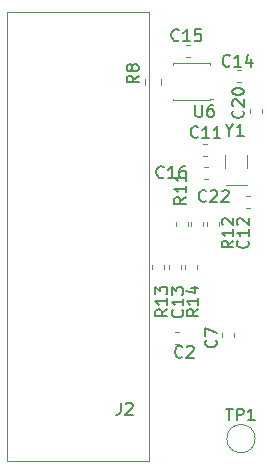
<source format=gbr>
G04 #@! TF.GenerationSoftware,KiCad,Pcbnew,(5.1.5)-3*
G04 #@! TF.CreationDate,2020-06-09T15:55:59-06:00*
G04 #@! TF.ProjectId,CruiseController,43727569-7365-4436-9f6e-74726f6c6c65,rev?*
G04 #@! TF.SameCoordinates,Original*
G04 #@! TF.FileFunction,Legend,Top*
G04 #@! TF.FilePolarity,Positive*
%FSLAX46Y46*%
G04 Gerber Fmt 4.6, Leading zero omitted, Abs format (unit mm)*
G04 Created by KiCad (PCBNEW (5.1.5)-3) date 2020-06-09 15:55:59*
%MOMM*%
%LPD*%
G04 APERTURE LIST*
%ADD10C,0.120000*%
%ADD11C,0.150000*%
G04 APERTURE END LIST*
D10*
X118500000Y-84600000D02*
X120300000Y-84600000D01*
X120350000Y-83200000D02*
X120350000Y-82100000D01*
X118450000Y-83200000D02*
X118450000Y-82100000D01*
X116975279Y-83090000D02*
X116649721Y-83090000D01*
X116975279Y-84110000D02*
X116649721Y-84110000D01*
X116950279Y-81190000D02*
X116624721Y-81190000D01*
X116950279Y-82210000D02*
X116624721Y-82210000D01*
X121000000Y-106100000D02*
G75*
G03X121000000Y-106100000I-1200000J0D01*
G01*
X112000000Y-70000000D02*
X100000000Y-70000000D01*
X112000000Y-108000000D02*
X112000000Y-70000000D01*
X100000000Y-108000000D02*
X112000000Y-108000000D01*
X100000000Y-70000000D02*
X100000000Y-108000000D01*
X111640000Y-75641422D02*
X111640000Y-76158578D01*
X113060000Y-75641422D02*
X113060000Y-76158578D01*
X114575279Y-97090000D02*
X114249721Y-97090000D01*
X114575279Y-98110000D02*
X114249721Y-98110000D01*
X116610000Y-88112779D02*
X116610000Y-87787221D01*
X115590000Y-88112779D02*
X115590000Y-87787221D01*
X114290000Y-87787221D02*
X114290000Y-88112779D01*
X115310000Y-87787221D02*
X115310000Y-88112779D01*
X116110000Y-91750279D02*
X116110000Y-91424721D01*
X115090000Y-91750279D02*
X115090000Y-91424721D01*
X120562779Y-85590000D02*
X120237221Y-85590000D01*
X120562779Y-86610000D02*
X120237221Y-86610000D01*
X119437221Y-75910000D02*
X119762779Y-75910000D01*
X119437221Y-74890000D02*
X119762779Y-74890000D01*
X112290000Y-91437221D02*
X112290000Y-91762779D01*
X113310000Y-91437221D02*
X113310000Y-91762779D01*
X121585000Y-78500279D02*
X121585000Y-78174721D01*
X120565000Y-78500279D02*
X120565000Y-78174721D01*
X114040000Y-77460000D02*
X114040000Y-77310000D01*
X117160000Y-77460000D02*
X117160000Y-77310000D01*
X117160000Y-74340000D02*
X117160000Y-74490000D01*
X117160000Y-77460000D02*
X114040000Y-77460000D01*
X117160000Y-74340000D02*
X114040000Y-74340000D01*
X114040000Y-74340000D02*
X114040000Y-74490000D01*
X117160000Y-77310000D02*
X117420000Y-77310000D01*
X115149721Y-73760000D02*
X115475279Y-73760000D01*
X115149721Y-72740000D02*
X115475279Y-72740000D01*
X116890000Y-87799721D02*
X116890000Y-88125279D01*
X117910000Y-87799721D02*
X117910000Y-88125279D01*
X119210000Y-97462779D02*
X119210000Y-97137221D01*
X118190000Y-97462779D02*
X118190000Y-97137221D01*
X113690000Y-91424721D02*
X113690000Y-91750279D01*
X114710000Y-91424721D02*
X114710000Y-91750279D01*
D11*
X118823809Y-79976190D02*
X118823809Y-80452380D01*
X118490476Y-79452380D02*
X118823809Y-79976190D01*
X119157142Y-79452380D01*
X120014285Y-80452380D02*
X119442857Y-80452380D01*
X119728571Y-80452380D02*
X119728571Y-79452380D01*
X119633333Y-79595238D01*
X119538095Y-79690476D01*
X119442857Y-79738095D01*
X113257142Y-83957142D02*
X113209523Y-84004761D01*
X113066666Y-84052380D01*
X112971428Y-84052380D01*
X112828571Y-84004761D01*
X112733333Y-83909523D01*
X112685714Y-83814285D01*
X112638095Y-83623809D01*
X112638095Y-83480952D01*
X112685714Y-83290476D01*
X112733333Y-83195238D01*
X112828571Y-83100000D01*
X112971428Y-83052380D01*
X113066666Y-83052380D01*
X113209523Y-83100000D01*
X113257142Y-83147619D01*
X114209523Y-84052380D02*
X113638095Y-84052380D01*
X113923809Y-84052380D02*
X113923809Y-83052380D01*
X113828571Y-83195238D01*
X113733333Y-83290476D01*
X113638095Y-83338095D01*
X115066666Y-83052380D02*
X114876190Y-83052380D01*
X114780952Y-83100000D01*
X114733333Y-83147619D01*
X114638095Y-83290476D01*
X114590476Y-83480952D01*
X114590476Y-83861904D01*
X114638095Y-83957142D01*
X114685714Y-84004761D01*
X114780952Y-84052380D01*
X114971428Y-84052380D01*
X115066666Y-84004761D01*
X115114285Y-83957142D01*
X115161904Y-83861904D01*
X115161904Y-83623809D01*
X115114285Y-83528571D01*
X115066666Y-83480952D01*
X114971428Y-83433333D01*
X114780952Y-83433333D01*
X114685714Y-83480952D01*
X114638095Y-83528571D01*
X114590476Y-83623809D01*
X116157142Y-80557142D02*
X116109523Y-80604761D01*
X115966666Y-80652380D01*
X115871428Y-80652380D01*
X115728571Y-80604761D01*
X115633333Y-80509523D01*
X115585714Y-80414285D01*
X115538095Y-80223809D01*
X115538095Y-80080952D01*
X115585714Y-79890476D01*
X115633333Y-79795238D01*
X115728571Y-79700000D01*
X115871428Y-79652380D01*
X115966666Y-79652380D01*
X116109523Y-79700000D01*
X116157142Y-79747619D01*
X117109523Y-80652380D02*
X116538095Y-80652380D01*
X116823809Y-80652380D02*
X116823809Y-79652380D01*
X116728571Y-79795238D01*
X116633333Y-79890476D01*
X116538095Y-79938095D01*
X118061904Y-80652380D02*
X117490476Y-80652380D01*
X117776190Y-80652380D02*
X117776190Y-79652380D01*
X117680952Y-79795238D01*
X117585714Y-79890476D01*
X117490476Y-79938095D01*
X118538095Y-103554380D02*
X119109523Y-103554380D01*
X118823809Y-104554380D02*
X118823809Y-103554380D01*
X119442857Y-104554380D02*
X119442857Y-103554380D01*
X119823809Y-103554380D01*
X119919047Y-103602000D01*
X119966666Y-103649619D01*
X120014285Y-103744857D01*
X120014285Y-103887714D01*
X119966666Y-103982952D01*
X119919047Y-104030571D01*
X119823809Y-104078190D01*
X119442857Y-104078190D01*
X120966666Y-104554380D02*
X120395238Y-104554380D01*
X120680952Y-104554380D02*
X120680952Y-103554380D01*
X120585714Y-103697238D01*
X120490476Y-103792476D01*
X120395238Y-103840095D01*
X109616666Y-103077380D02*
X109616666Y-103791666D01*
X109569047Y-103934523D01*
X109473809Y-104029761D01*
X109330952Y-104077380D01*
X109235714Y-104077380D01*
X110045238Y-103172619D02*
X110092857Y-103125000D01*
X110188095Y-103077380D01*
X110426190Y-103077380D01*
X110521428Y-103125000D01*
X110569047Y-103172619D01*
X110616666Y-103267857D01*
X110616666Y-103363095D01*
X110569047Y-103505952D01*
X109997619Y-104077380D01*
X110616666Y-104077380D01*
X111127380Y-75366666D02*
X110651190Y-75700000D01*
X111127380Y-75938095D02*
X110127380Y-75938095D01*
X110127380Y-75557142D01*
X110175000Y-75461904D01*
X110222619Y-75414285D01*
X110317857Y-75366666D01*
X110460714Y-75366666D01*
X110555952Y-75414285D01*
X110603571Y-75461904D01*
X110651190Y-75557142D01*
X110651190Y-75938095D01*
X110555952Y-74795238D02*
X110508333Y-74890476D01*
X110460714Y-74938095D01*
X110365476Y-74985714D01*
X110317857Y-74985714D01*
X110222619Y-74938095D01*
X110175000Y-74890476D01*
X110127380Y-74795238D01*
X110127380Y-74604761D01*
X110175000Y-74509523D01*
X110222619Y-74461904D01*
X110317857Y-74414285D01*
X110365476Y-74414285D01*
X110460714Y-74461904D01*
X110508333Y-74509523D01*
X110555952Y-74604761D01*
X110555952Y-74795238D01*
X110603571Y-74890476D01*
X110651190Y-74938095D01*
X110746428Y-74985714D01*
X110936904Y-74985714D01*
X111032142Y-74938095D01*
X111079761Y-74890476D01*
X111127380Y-74795238D01*
X111127380Y-74604761D01*
X111079761Y-74509523D01*
X111032142Y-74461904D01*
X110936904Y-74414285D01*
X110746428Y-74414285D01*
X110651190Y-74461904D01*
X110603571Y-74509523D01*
X110555952Y-74604761D01*
X114833333Y-99157142D02*
X114785714Y-99204761D01*
X114642857Y-99252380D01*
X114547619Y-99252380D01*
X114404761Y-99204761D01*
X114309523Y-99109523D01*
X114261904Y-99014285D01*
X114214285Y-98823809D01*
X114214285Y-98680952D01*
X114261904Y-98490476D01*
X114309523Y-98395238D01*
X114404761Y-98300000D01*
X114547619Y-98252380D01*
X114642857Y-98252380D01*
X114785714Y-98300000D01*
X114833333Y-98347619D01*
X115214285Y-98347619D02*
X115261904Y-98300000D01*
X115357142Y-98252380D01*
X115595238Y-98252380D01*
X115690476Y-98300000D01*
X115738095Y-98347619D01*
X115785714Y-98442857D01*
X115785714Y-98538095D01*
X115738095Y-98680952D01*
X115166666Y-99252380D01*
X115785714Y-99252380D01*
X119152380Y-89342857D02*
X118676190Y-89676190D01*
X119152380Y-89914285D02*
X118152380Y-89914285D01*
X118152380Y-89533333D01*
X118200000Y-89438095D01*
X118247619Y-89390476D01*
X118342857Y-89342857D01*
X118485714Y-89342857D01*
X118580952Y-89390476D01*
X118628571Y-89438095D01*
X118676190Y-89533333D01*
X118676190Y-89914285D01*
X119152380Y-88390476D02*
X119152380Y-88961904D01*
X119152380Y-88676190D02*
X118152380Y-88676190D01*
X118295238Y-88771428D01*
X118390476Y-88866666D01*
X118438095Y-88961904D01*
X118247619Y-88009523D02*
X118200000Y-87961904D01*
X118152380Y-87866666D01*
X118152380Y-87628571D01*
X118200000Y-87533333D01*
X118247619Y-87485714D01*
X118342857Y-87438095D01*
X118438095Y-87438095D01*
X118580952Y-87485714D01*
X119152380Y-88057142D01*
X119152380Y-87438095D01*
X115152380Y-85642857D02*
X114676190Y-85976190D01*
X115152380Y-86214285D02*
X114152380Y-86214285D01*
X114152380Y-85833333D01*
X114200000Y-85738095D01*
X114247619Y-85690476D01*
X114342857Y-85642857D01*
X114485714Y-85642857D01*
X114580952Y-85690476D01*
X114628571Y-85738095D01*
X114676190Y-85833333D01*
X114676190Y-86214285D01*
X115152380Y-84690476D02*
X115152380Y-85261904D01*
X115152380Y-84976190D02*
X114152380Y-84976190D01*
X114295238Y-85071428D01*
X114390476Y-85166666D01*
X114438095Y-85261904D01*
X115152380Y-83738095D02*
X115152380Y-84309523D01*
X115152380Y-84023809D02*
X114152380Y-84023809D01*
X114295238Y-84119047D01*
X114390476Y-84214285D01*
X114438095Y-84309523D01*
X116202380Y-95142857D02*
X115726190Y-95476190D01*
X116202380Y-95714285D02*
X115202380Y-95714285D01*
X115202380Y-95333333D01*
X115250000Y-95238095D01*
X115297619Y-95190476D01*
X115392857Y-95142857D01*
X115535714Y-95142857D01*
X115630952Y-95190476D01*
X115678571Y-95238095D01*
X115726190Y-95333333D01*
X115726190Y-95714285D01*
X116202380Y-94190476D02*
X116202380Y-94761904D01*
X116202380Y-94476190D02*
X115202380Y-94476190D01*
X115345238Y-94571428D01*
X115440476Y-94666666D01*
X115488095Y-94761904D01*
X115535714Y-93333333D02*
X116202380Y-93333333D01*
X115154761Y-93571428D02*
X115869047Y-93809523D01*
X115869047Y-93190476D01*
X116857142Y-85957142D02*
X116809523Y-86004761D01*
X116666666Y-86052380D01*
X116571428Y-86052380D01*
X116428571Y-86004761D01*
X116333333Y-85909523D01*
X116285714Y-85814285D01*
X116238095Y-85623809D01*
X116238095Y-85480952D01*
X116285714Y-85290476D01*
X116333333Y-85195238D01*
X116428571Y-85100000D01*
X116571428Y-85052380D01*
X116666666Y-85052380D01*
X116809523Y-85100000D01*
X116857142Y-85147619D01*
X117238095Y-85147619D02*
X117285714Y-85100000D01*
X117380952Y-85052380D01*
X117619047Y-85052380D01*
X117714285Y-85100000D01*
X117761904Y-85147619D01*
X117809523Y-85242857D01*
X117809523Y-85338095D01*
X117761904Y-85480952D01*
X117190476Y-86052380D01*
X117809523Y-86052380D01*
X118190476Y-85147619D02*
X118238095Y-85100000D01*
X118333333Y-85052380D01*
X118571428Y-85052380D01*
X118666666Y-85100000D01*
X118714285Y-85147619D01*
X118761904Y-85242857D01*
X118761904Y-85338095D01*
X118714285Y-85480952D01*
X118142857Y-86052380D01*
X118761904Y-86052380D01*
X118857142Y-74507142D02*
X118809523Y-74554761D01*
X118666666Y-74602380D01*
X118571428Y-74602380D01*
X118428571Y-74554761D01*
X118333333Y-74459523D01*
X118285714Y-74364285D01*
X118238095Y-74173809D01*
X118238095Y-74030952D01*
X118285714Y-73840476D01*
X118333333Y-73745238D01*
X118428571Y-73650000D01*
X118571428Y-73602380D01*
X118666666Y-73602380D01*
X118809523Y-73650000D01*
X118857142Y-73697619D01*
X119809523Y-74602380D02*
X119238095Y-74602380D01*
X119523809Y-74602380D02*
X119523809Y-73602380D01*
X119428571Y-73745238D01*
X119333333Y-73840476D01*
X119238095Y-73888095D01*
X120666666Y-73935714D02*
X120666666Y-74602380D01*
X120428571Y-73554761D02*
X120190476Y-74269047D01*
X120809523Y-74269047D01*
X113552380Y-95155357D02*
X113076190Y-95488690D01*
X113552380Y-95726785D02*
X112552380Y-95726785D01*
X112552380Y-95345833D01*
X112600000Y-95250595D01*
X112647619Y-95202976D01*
X112742857Y-95155357D01*
X112885714Y-95155357D01*
X112980952Y-95202976D01*
X113028571Y-95250595D01*
X113076190Y-95345833D01*
X113076190Y-95726785D01*
X113552380Y-94202976D02*
X113552380Y-94774404D01*
X113552380Y-94488690D02*
X112552380Y-94488690D01*
X112695238Y-94583928D01*
X112790476Y-94679166D01*
X112838095Y-94774404D01*
X112552380Y-93869642D02*
X112552380Y-93250595D01*
X112933333Y-93583928D01*
X112933333Y-93441071D01*
X112980952Y-93345833D01*
X113028571Y-93298214D01*
X113123809Y-93250595D01*
X113361904Y-93250595D01*
X113457142Y-93298214D01*
X113504761Y-93345833D01*
X113552380Y-93441071D01*
X113552380Y-93726785D01*
X113504761Y-93822023D01*
X113457142Y-93869642D01*
X119957142Y-78342857D02*
X120004761Y-78390476D01*
X120052380Y-78533333D01*
X120052380Y-78628571D01*
X120004761Y-78771428D01*
X119909523Y-78866666D01*
X119814285Y-78914285D01*
X119623809Y-78961904D01*
X119480952Y-78961904D01*
X119290476Y-78914285D01*
X119195238Y-78866666D01*
X119100000Y-78771428D01*
X119052380Y-78628571D01*
X119052380Y-78533333D01*
X119100000Y-78390476D01*
X119147619Y-78342857D01*
X119147619Y-77961904D02*
X119100000Y-77914285D01*
X119052380Y-77819047D01*
X119052380Y-77580952D01*
X119100000Y-77485714D01*
X119147619Y-77438095D01*
X119242857Y-77390476D01*
X119338095Y-77390476D01*
X119480952Y-77438095D01*
X120052380Y-78009523D01*
X120052380Y-77390476D01*
X119052380Y-76771428D02*
X119052380Y-76676190D01*
X119100000Y-76580952D01*
X119147619Y-76533333D01*
X119242857Y-76485714D01*
X119433333Y-76438095D01*
X119671428Y-76438095D01*
X119861904Y-76485714D01*
X119957142Y-76533333D01*
X120004761Y-76580952D01*
X120052380Y-76676190D01*
X120052380Y-76771428D01*
X120004761Y-76866666D01*
X119957142Y-76914285D01*
X119861904Y-76961904D01*
X119671428Y-77009523D01*
X119433333Y-77009523D01*
X119242857Y-76961904D01*
X119147619Y-76914285D01*
X119100000Y-76866666D01*
X119052380Y-76771428D01*
X115938095Y-77852380D02*
X115938095Y-78661904D01*
X115985714Y-78757142D01*
X116033333Y-78804761D01*
X116128571Y-78852380D01*
X116319047Y-78852380D01*
X116414285Y-78804761D01*
X116461904Y-78757142D01*
X116509523Y-78661904D01*
X116509523Y-77852380D01*
X117414285Y-77852380D02*
X117223809Y-77852380D01*
X117128571Y-77900000D01*
X117080952Y-77947619D01*
X116985714Y-78090476D01*
X116938095Y-78280952D01*
X116938095Y-78661904D01*
X116985714Y-78757142D01*
X117033333Y-78804761D01*
X117128571Y-78852380D01*
X117319047Y-78852380D01*
X117414285Y-78804761D01*
X117461904Y-78757142D01*
X117509523Y-78661904D01*
X117509523Y-78423809D01*
X117461904Y-78328571D01*
X117414285Y-78280952D01*
X117319047Y-78233333D01*
X117128571Y-78233333D01*
X117033333Y-78280952D01*
X116985714Y-78328571D01*
X116938095Y-78423809D01*
X114532142Y-72357142D02*
X114484523Y-72404761D01*
X114341666Y-72452380D01*
X114246428Y-72452380D01*
X114103571Y-72404761D01*
X114008333Y-72309523D01*
X113960714Y-72214285D01*
X113913095Y-72023809D01*
X113913095Y-71880952D01*
X113960714Y-71690476D01*
X114008333Y-71595238D01*
X114103571Y-71500000D01*
X114246428Y-71452380D01*
X114341666Y-71452380D01*
X114484523Y-71500000D01*
X114532142Y-71547619D01*
X115484523Y-72452380D02*
X114913095Y-72452380D01*
X115198809Y-72452380D02*
X115198809Y-71452380D01*
X115103571Y-71595238D01*
X115008333Y-71690476D01*
X114913095Y-71738095D01*
X116389285Y-71452380D02*
X115913095Y-71452380D01*
X115865476Y-71928571D01*
X115913095Y-71880952D01*
X116008333Y-71833333D01*
X116246428Y-71833333D01*
X116341666Y-71880952D01*
X116389285Y-71928571D01*
X116436904Y-72023809D01*
X116436904Y-72261904D01*
X116389285Y-72357142D01*
X116341666Y-72404761D01*
X116246428Y-72452380D01*
X116008333Y-72452380D01*
X115913095Y-72404761D01*
X115865476Y-72357142D01*
X120357142Y-89342857D02*
X120404761Y-89390476D01*
X120452380Y-89533333D01*
X120452380Y-89628571D01*
X120404761Y-89771428D01*
X120309523Y-89866666D01*
X120214285Y-89914285D01*
X120023809Y-89961904D01*
X119880952Y-89961904D01*
X119690476Y-89914285D01*
X119595238Y-89866666D01*
X119500000Y-89771428D01*
X119452380Y-89628571D01*
X119452380Y-89533333D01*
X119500000Y-89390476D01*
X119547619Y-89342857D01*
X120452380Y-88390476D02*
X120452380Y-88961904D01*
X120452380Y-88676190D02*
X119452380Y-88676190D01*
X119595238Y-88771428D01*
X119690476Y-88866666D01*
X119738095Y-88961904D01*
X119547619Y-88009523D02*
X119500000Y-87961904D01*
X119452380Y-87866666D01*
X119452380Y-87628571D01*
X119500000Y-87533333D01*
X119547619Y-87485714D01*
X119642857Y-87438095D01*
X119738095Y-87438095D01*
X119880952Y-87485714D01*
X120452380Y-88057142D01*
X120452380Y-87438095D01*
X117657142Y-97766666D02*
X117704761Y-97814285D01*
X117752380Y-97957142D01*
X117752380Y-98052380D01*
X117704761Y-98195238D01*
X117609523Y-98290476D01*
X117514285Y-98338095D01*
X117323809Y-98385714D01*
X117180952Y-98385714D01*
X116990476Y-98338095D01*
X116895238Y-98290476D01*
X116800000Y-98195238D01*
X116752380Y-98052380D01*
X116752380Y-97957142D01*
X116800000Y-97814285D01*
X116847619Y-97766666D01*
X116752380Y-97433333D02*
X116752380Y-96766666D01*
X117752380Y-97195238D01*
X114832142Y-95192857D02*
X114879761Y-95240476D01*
X114927380Y-95383333D01*
X114927380Y-95478571D01*
X114879761Y-95621428D01*
X114784523Y-95716666D01*
X114689285Y-95764285D01*
X114498809Y-95811904D01*
X114355952Y-95811904D01*
X114165476Y-95764285D01*
X114070238Y-95716666D01*
X113975000Y-95621428D01*
X113927380Y-95478571D01*
X113927380Y-95383333D01*
X113975000Y-95240476D01*
X114022619Y-95192857D01*
X114927380Y-94240476D02*
X114927380Y-94811904D01*
X114927380Y-94526190D02*
X113927380Y-94526190D01*
X114070238Y-94621428D01*
X114165476Y-94716666D01*
X114213095Y-94811904D01*
X113927380Y-93907142D02*
X113927380Y-93288095D01*
X114308333Y-93621428D01*
X114308333Y-93478571D01*
X114355952Y-93383333D01*
X114403571Y-93335714D01*
X114498809Y-93288095D01*
X114736904Y-93288095D01*
X114832142Y-93335714D01*
X114879761Y-93383333D01*
X114927380Y-93478571D01*
X114927380Y-93764285D01*
X114879761Y-93859523D01*
X114832142Y-93907142D01*
M02*

</source>
